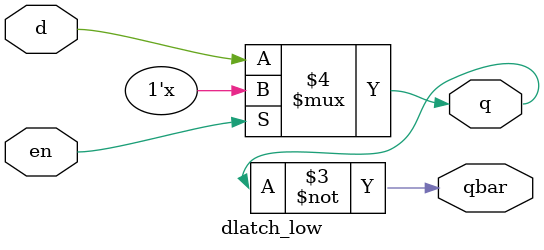
<source format=v>
module dlatch_low(
  input d,en,
  output reg q,
  output wire qbar);

  always@(*) begin
    if(!en)
      q<=d;
  end
  assign qbar =~q;
endmodule

</source>
